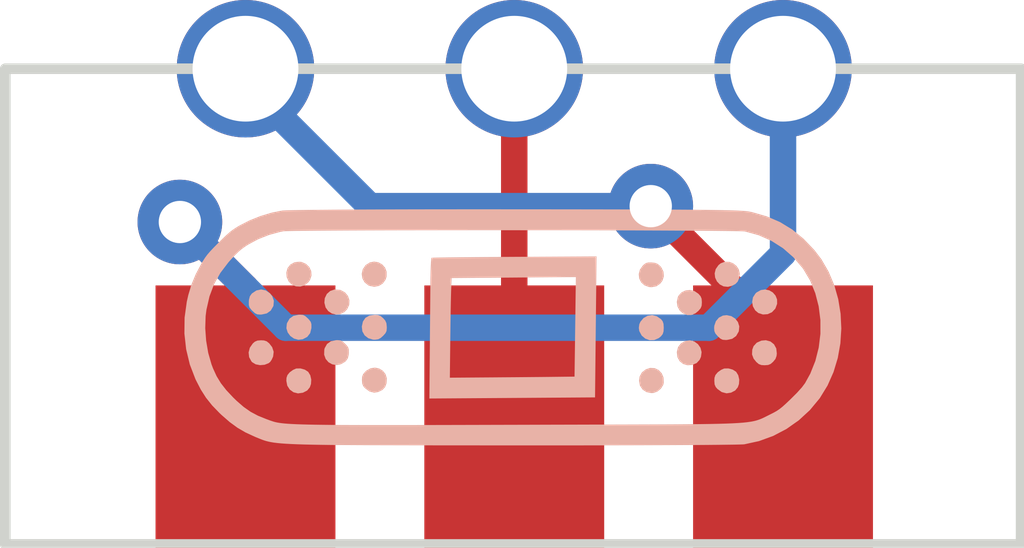
<source format=kicad_pcb>
(kicad_pcb (version 20221018) (generator pcbnew)
  (layers (0 "F.Cu" signal) (31 "B.Cu" signal) (34 "B.Paste" user) (35 "F.Paste" user) (36 "B.SilkS" user "B.Silkscreen") (37 "F.SilkS" user "F.Silkscreen") (38 "B.Mask" user) (39 "F.Mask" user) (44 "Edge.Cuts" user))
  (net 0 "")
  (net 1 "Net-(J101-Pin_2)")
  (net 2 "Net-(J101-Pin_3)")
  (net 3 "Net-(J101-Pin_1)")
  (footprint "Connector_PinHeader_2.54mm:PinHeader_1x03_P2.54mm_Vertical" (layer "F.Cu") (at 114.42 116.5 90)
    (fp_text reference "J102" hide)
    (fp_text value "New" hide)
    (pad "1" smd rect (at 0 0 90) (size 2.5 1.7) (layers "F.Cu" "F.Paste" "F.Mask") (net 2 "Net-(J101-Pin_3)"))
    (pad "2" smd rect (at 0 2.54 90) (size 2.5 1.7) (layers "F.Cu" "F.Paste" "F.Mask") (net 1 "Net-(J101-Pin_2)"))
    (pad "3" smd rect (at 0 5.08 90) (size 2.5 1.7) (layers "F.Cu" "F.Paste" "F.Mask") (net 3 "Net-(J101-Pin_1)"))
  )
  (footprint "Connector_PinSocket_2.54mm:PinSocket_1x03_P2.54mm_Vertical" (layer "F.Cu") (at 114.42 113.2 90)
    (fp_text reference "J101" hide)
    (fp_text value "Original" hide)
    (pad "1" thru_hole circle (at 0 0 90) (size 1.3 1.3) (drill 1) (layers "*.Cu" "*.Mask") (net 3 "Net-(J101-Pin_1)"))
    (pad "2" thru_hole oval (at 0 2.54 90) (size 1.3 1.3) (drill 1) (layers "*.Cu" "*.Mask") (net 1 "Net-(J101-Pin_2)"))
    (pad "3" thru_hole circle (at 0 5.08 90) (size 1.3 1.3) (drill 1) (layers "*.Cu" "*.Mask") (net 2 "Net-(J101-Pin_3)"))
  )
  (footprint "Graphics" (layer "B.Cu") (at 116.95 115.65 -135)
    (fp_text reference "" (at 0 0 45) (layer "B.SilkS") (effects (font (size 1.27 1.27)) (justify mirror)))
    (fp_text value "" (at 0 0 45) (layer "B.SilkS") (effects (font (size 1.27 1.27)) (justify mirror)))
    (fp_poly (pts (xy -1.060513 -1.449485) (xy -1.095858 -1.42231) (xy -1.117308 -1.385652) (xy -1.124785 -1.344241) (xy -1.118211 -1.302805) (xy -1.097505 -1.266071) (xy -1.064012 -1.239489) (xy -1.017388 -1.225244) (xy -0.972307 -1.230782) (xy -0.930658 -1.255764) (xy -0.900436 -1.293752) (xy -0.887974 -1.336117) (xy -0.89291 -1.378771) (xy -0.914882 -1.417625) (xy -0.947371 -1.445031) (xy -0.989504 -1.462277) (xy -1.031271 -1.460632) (xy -1.060513 -1.449485)) (fill solid) (layer "B.SilkS"))
    (fp_poly (pts (xy -0.638851 -1.374117) (xy -0.671812 -1.337807) (xy -0.688443 -1.296558) (xy -0.689303 -1.254404) (xy -0.674953 -1.215377) (xy -0.645953 -1.183511) (xy -0.609809 -1.164937) (xy -0.561794 -1.158418) (xy -0.517638 -1.17145) (xy -0.486338 -1.195201) (xy -0.459511 -1.234487) (xy -0.450665 -1.277802) (xy -0.459485 -1.321089) (xy -0.485658 -1.360297) (xy -0.500137 -1.373321) (xy -0.537104 -1.39102) (xy -0.58008 -1.394886) (xy -0.621001 -1.384873) (xy -0.638851 -1.374117)) (fill solid) (layer "B.SilkS"))
    (fp_poly (pts (xy 0.985733 1.233029) (xy 0.942508 1.248783) (xy 0.91042 1.278022) (xy 0.891388 1.316482) (xy 0.887328 1.359901) (xy 0.900157 1.404015) (xy 0.904969 1.412629) (xy 0.937234 1.449054) (xy 0.976838 1.468755) (xy 1.019691 1.47137) (xy 1.061705 1.456539) (xy 1.094236 1.429342) (xy 1.118202 1.389277) (xy 1.12504 1.347187) (xy 1.116789 1.30676) (xy 1.095488 1.271686) (xy 1.063175 1.245654) (xy 1.021889 1.232351) (xy 0.985733 1.233029)) (fill solid) (layer "B.SilkS"))
    (fp_poly (pts (xy 1.038329 1.676798) (xy 0.998605 1.696388) (xy 0.971007 1.728249) (xy 0.956763 1.767882) (xy 0.957103 1.810786) (xy 0.973253 1.852462) (xy 0.985764 1.869342) (xy 1.023752 1.899564) (xy 1.066117 1.912026) (xy 1.108771 1.90709) (xy 1.147625 1.885118) (xy 1.175031 1.852629) (xy 1.191604 1.809239) (xy 1.190871 1.766805) (xy 1.175389 1.728618) (xy 1.147715 1.697966) (xy 1.110406 1.678139) (xy 1.06602 1.672425) (xy 1.038329 1.676798)) (fill solid) (layer "B.SilkS"))
    (fp_poly (pts (xy -1.881045 -1.62345) (xy -1.923733 -1.603856) (xy -1.952574 -1.574082) (xy -1.96809 -1.537861) (xy -1.970799 -1.498929) (xy -1.96122 -1.46102) (xy -1.939872 -1.42787) (xy -1.907274 -1.403214) (xy -1.863946 -1.390786) (xy -1.848596 -1.39) (xy -1.805912 -1.399094) (xy -1.770255 -1.423469) (xy -1.744889 -1.458763) (xy -1.733079 -1.500614) (xy -1.736576 -1.539708) (xy -1.757383 -1.580425) (xy -1.791202 -1.609973) (xy -1.833119 -1.625501) (xy -1.878219 -1.624162) (xy -1.881045 -1.62345)) (fill solid) (layer "B.SilkS"))
    (fp_poly (pts (xy -1.840513 -1.179485) (xy -1.876501 -1.152511) (xy -1.897946 -1.117232) (xy -1.905722 -1.07764) (xy -1.900701 -1.037723) (xy -1.883756 -1.001472) (xy -1.855761 -0.972876) (xy -1.817587 -0.955924) (xy -1.790965 -0.953) (xy -1.745416 -0.961087) (xy -1.709716 -0.98279) (xy -1.684706 -1.014277) (xy -1.671226 -1.051713) (xy -1.670116 -1.091264) (xy -1.682217 -1.129097) (xy -1.708368 -1.161377) (xy -1.740986 -1.181056) (xy -1.777531 -1.192746) (xy -1.808093 -1.191955) (xy -1.840513 -1.179485)) (fill solid) (layer "B.SilkS"))
    (fp_poly (pts (xy 0.503979 1.187866) (xy 0.471036 1.220123) (xy 0.454034 1.258623) (xy 0.451759 1.299371) (xy 0.462995 1.338371) (xy 0.486528 1.371627) (xy 0.521143 1.395145) (xy 0.565625 1.40493) (xy 0.57 1.405) (xy 0.615218 1.396262) (xy 0.652094 1.372698) (xy 0.677902 1.338285) (xy 0.689916 1.296997) (xy 0.685412 1.25281) (xy 0.68158 1.242238) (xy 0.655403 1.202534) (xy 0.618592 1.177025) (xy 0.575632 1.167083) (xy 0.531009 1.174083) (xy 0.503979 1.187866)) (fill solid) (layer "B.SilkS"))
    (fp_poly (pts (xy -1.589342 -1.934236) (xy -1.619564 -1.896248) (xy -1.632026 -1.853883) (xy -1.62709 -1.811229) (xy -1.605118 -1.772375) (xy -1.572629 -1.744969) (xy -1.527602 -1.727519) (xy -1.483163 -1.729577) (xy -1.450674 -1.744463) (xy -1.417371 -1.774702) (xy -1.399726 -1.813169) (xy -1.395354 -1.8535) (xy -1.397842 -1.884396) (xy -1.408762 -1.908072) (xy -1.429 -1.931) (xy -1.454377 -1.952939) (xy -1.478462 -1.962823) (xy -1.508652 -1.965) (xy -1.543683 -1.961591) (xy -1.571508 -1.948458) (xy -1.589342 -1.934236)) (fill solid) (layer "B.SilkS"))
    (fp_poly (pts (xy -1.431 -1.091) (xy -1.452939 -1.065623) (xy -1.462823 -1.041538) (xy -1.465 -1.011348) (xy -1.456556 -0.966282) (xy -1.433814 -0.928792) (xy -1.400665 -0.901729) (xy -1.360996 -0.887942) (xy -1.318695 -0.890283) (xy -1.305821 -0.89466) (xy -1.265873 -0.920316) (xy -1.239486 -0.955848) (xy -1.227288 -0.996907) (xy -1.229909 -1.039145) (xy -1.247978 -1.07821) (xy -1.275364 -1.105259) (xy -1.314379 -1.121495) (xy -1.350044 -1.125) (xy -1.38261 -1.122587) (xy -1.406395 -1.112458) (xy -1.431 -1.091)) (fill solid) (layer "B.SilkS"))
    (fp_poly (pts (xy -1.006176 -1.006176) (xy -1.03053 -0.978647) (xy -1.042201 -0.955026) (xy -1.045 -0.930219) (xy -1.036306 -0.882704) (xy -1.012724 -0.844643) (xy -0.978005 -0.818326) (xy -0.935902 -0.806043) (xy -0.890166 -0.810083) (xy -0.864673 -0.820169) (xy -0.838524 -0.840485) (xy -0.820169 -0.864673) (xy -0.806114 -0.910807) (xy -0.809649 -0.955384) (xy -0.828485 -0.994651) (xy -0.860331 -1.024858) (xy -0.902898 -1.042253) (xy -0.930219 -1.045) (xy -0.956834 -1.041679) (xy -0.98049 -1.029186) (xy -1.006176 -1.006176)) (fill solid) (layer "B.SilkS"))
    (fp_poly (pts (xy 1.217371 0.474969) (xy 1.182241 0.506031) (xy 1.163088 0.543614) (xy 1.15879 0.58386) (xy 1.168227 0.622913) (xy 1.190276 0.656918) (xy 1.223817 0.682018) (xy 1.267728 0.694357) (xy 1.281348 0.695) (xy 1.313366 0.692439) (xy 1.337214 0.681863) (xy 1.361 0.661) (xy 1.383367 0.63477) (xy 1.393226 0.60982) (xy 1.395 0.585503) (xy 1.387255 0.534005) (xy 1.364266 0.494982) (xy 1.331429 0.471348) (xy 1.289018 0.457102) (xy 1.251608 0.459263) (xy 1.217371 0.474969)) (fill solid) (layer "B.SilkS"))
    (fp_poly (pts (xy -1.312249 -0.682915) (xy -1.350779 -0.663287) (xy -1.379097 -0.629594) (xy -1.39374 -0.586596) (xy -1.395 -0.569086) (xy -1.392147 -0.537393) (xy -1.380874 -0.512071) (xy -1.360768 -0.487353) (xy -1.33684 -0.464131) (xy -1.31549 -0.453102) (xy -1.287887 -0.450035) (xy -1.282829 -0.45) (xy -1.234886 -0.458233) (xy -1.197078 -0.480453) (xy -1.171012 -0.512944) (xy -1.158293 -0.551989) (xy -1.160526 -0.593871) (xy -1.179318 -0.634874) (xy -1.194951 -0.653413) (xy -1.233752 -0.680139) (xy -1.278466 -0.688009) (xy -1.312249 -0.682915)) (fill solid) (layer "B.SilkS"))
    (fp_poly (pts (xy -1.486067 -1.530031) (xy -1.520298 -1.501432) (xy -1.539826 -1.463883) (xy -1.544726 -1.421912) (xy -1.535072 -1.380043) (xy -1.510939 -1.342805) (xy -1.482608 -1.320178) (xy -1.441723 -1.306895) (xy -1.397875 -1.310854) (xy -1.356463 -1.331131) (xy -1.340934 -1.344451) (xy -1.321535 -1.367153) (xy -1.312417 -1.390074) (xy -1.31001 -1.422621) (xy -1.31 -1.425961) (xy -1.311668 -1.458373) (xy -1.31946 -1.480414) (xy -1.337557 -1.501579) (xy -1.347353 -1.510768) (xy -1.389315 -1.537702) (xy -1.434165 -1.545262) (xy -1.479939 -1.533175) (xy -1.486067 -1.530031)) (fill solid) (layer "B.SilkS"))
    (fp_poly (pts (xy 0.838681 0.850712) (xy 0.816858 0.877554) (xy 0.807046 0.902844) (xy 0.805 0.931712) (xy 0.807691 0.963951) (xy 0.818702 0.988053) (xy 0.838411 1.010411) (xy 0.879767 1.042079) (xy 0.921011 1.053803) (xy 0.962858 1.045623) (xy 1.003889 1.0194) (xy 1.032443 0.983683) (xy 1.04405 0.941825) (xy 1.038722 0.898283) (xy 1.016472 0.857514) (xy 1.00337 0.843477) (xy 0.979589 0.825159) (xy 0.954158 0.816798) (xy 0.922623 0.815) (xy 0.889928 0.816798) (xy 0.867476 0.824923) (xy 0.845637 0.843474) (xy 0.838681 0.850712)) (fill solid) (layer "B.SilkS"))
    (fp_poly (pts (xy 1.347353 1.349232) (xy 1.324746 1.372113) (xy 1.313713 1.39244) (xy 1.310204 1.419511) (xy 1.31 1.435) (xy 1.311568 1.467629) (xy 1.318972 1.489637) (xy 1.336263 1.510323) (xy 1.347353 1.520768) (xy 1.388956 1.547961) (xy 1.432871 1.555294) (xy 1.479313 1.542796) (xy 1.485327 1.539831) (xy 1.518811 1.512504) (xy 1.538635 1.475491) (xy 1.54483 1.433685) (xy 1.537426 1.391981) (xy 1.516454 1.35527) (xy 1.484012 1.329489) (xy 1.437683 1.314993) (xy 1.393408 1.32038) (xy 1.351418 1.345617) (xy 1.347353 1.349232)) (fill solid) (layer "B.SilkS"))
    (fp_poly (pts (xy 1.796981 1.411728) (xy 1.761469 1.43965) (xy 1.740691 1.480691) (xy 1.735 1.525503) (xy 1.738165 1.555968) (xy 1.75053 1.580365) (xy 1.769 1.601) (xy 1.795119 1.623311) (xy 1.819954 1.633174) (xy 1.844957 1.635) (xy 1.893302 1.626451) (xy 1.933313 1.60296) (xy 1.961532 1.567758) (xy 1.9745 1.524079) (xy 1.974963 1.513489) (xy 1.965867 1.476365) (xy 1.942118 1.441293) (xy 1.908847 1.413248) (xy 1.871185 1.397204) (xy 1.852997 1.395228) (xy 1.82833 1.399798) (xy 1.799302 1.41061) (xy 1.796981 1.411728)) (fill solid) (layer "B.SilkS"))
    (fp_poly (pts (xy -1.132015 -1.885405) (xy -1.163534 -1.857737) (xy -1.186128 -1.821789) (xy -1.194996 -1.785251) (xy -1.195 -1.784508) (xy -1.186901 -1.747332) (xy -1.166151 -1.710582) (xy -1.138068 -1.683461) (xy -1.135795 -1.682061) (xy -1.106497 -1.670869) (xy -1.071347 -1.66518) (xy -1.064957 -1.665) (xy -1.034339 -1.668086) (xy -1.010035 -1.680219) (xy -0.989 -1.699) (xy -0.966689 -1.725119) (xy -0.956826 -1.749954) (xy -0.955 -1.774957) (xy -0.963293 -1.824762) (xy -0.98695 -1.864584) (xy -1.021072 -1.889838) (xy -1.063688 -1.903397) (xy -1.102312 -1.899567) (xy -1.132015 -1.885405)) (fill solid) (layer "B.SilkS"))
    (fp_poly (pts (xy 1.267353 0.929232) (xy 1.244746 0.952113) (xy 1.233713 0.97244) (xy 1.230204 0.999511) (xy 1.23 1.015) (xy 1.231568 1.047629) (xy 1.238972 1.069637) (xy 1.256263 1.090323) (xy 1.267353 1.100768) (xy 1.30892 1.127733) (xy 1.35248 1.135276) (xy 1.396175 1.123205) (xy 1.409326 1.115537) (xy 1.443775 1.082955) (xy 1.461964 1.044406) (xy 1.465084 1.003696) (xy 1.454325 0.964631) (xy 1.430878 0.931015) (xy 1.395932 0.906656) (xy 1.350678 0.895357) (xy 1.34035 0.895) (xy 1.310201 0.900043) (xy 1.280955 0.917532) (xy 1.267353 0.929232)) (fill solid) (layer "B.SilkS"))
    (fp_poly (pts (xy 1.453933 1.749969) (xy 1.418878 1.77972) (xy 1.399029 1.821334) (xy 1.395 1.855) (xy 1.403763 1.902871) (xy 1.428402 1.940407) (xy 1.466445 1.965225) (xy 1.515419 1.974946) (xy 1.51965 1.975) (xy 1.549799 1.969957) (xy 1.579045 1.952468) (xy 1.592647 1.940768) (xy 1.615254 1.917887) (xy 1.626287 1.89756) (xy 1.629796 1.870489) (xy 1.63 1.855) (xy 1.628432 1.822371) (xy 1.621028 1.800363) (xy 1.603737 1.779677) (xy 1.592647 1.769232) (xy 1.550685 1.742298) (xy 1.505835 1.734738) (xy 1.460061 1.746825) (xy 1.453933 1.749969)) (fill solid) (layer "B.SilkS"))
    (fp_poly (pts (xy 1.727985 0.974595) (xy 1.696466 1.002263) (xy 1.673872 1.038211) (xy 1.665004 1.074749) (xy 1.665 1.075492) (xy 1.673099 1.112668) (xy 1.693849 1.149418) (xy 1.721932 1.176539) (xy 1.724205 1.177939) (xy 1.753503 1.189131) (xy 1.788653 1.19482) (xy 1.795043 1.195) (xy 1.825661 1.191914) (xy 1.849965 1.179781) (xy 1.871 1.161) (xy 1.897383 1.1222) (xy 1.906747 1.079178) (xy 1.899865 1.036547) (xy 1.877513 0.998918) (xy 1.840467 0.970905) (xy 1.838928 0.970162) (xy 1.796312 0.956603) (xy 1.757688 0.960433) (xy 1.727985 0.974595)) (fill solid) (layer "B.SilkS"))
    (fp_poly (pts (xy 0.08689 1.00797) (xy 0.10845 0.99004) (xy 0.13994 0.96178) (xy 0.17926 0.92509) (xy 0.2243 0.88189) (xy 0.25347 0.85338) (xy 0.29861 0.80896) (xy 0.35529 0.75321) (xy 0.4208 0.6888) (xy 0.49239 0.61842) (xy 0.56736 0.54474) (xy 0.64296 0.47044) (xy 0.71648 0.39821) (xy 0.72677 0.3881) (xy 1.03354 0.08675) (xy 0.4763 -0.4631) (xy -0.08095 -1.01294) (xy -1.03401 -0.08) (xy -0.75744 -0.08) (xy -0.42018 -0.40848) (xy -0.08292 -0.73695) (xy 0.04854 -0.60854) (xy 0.08615 -0.57173) (xy 0.13544 -0.52339) (xy 0.19386 -0.46602) (xy 0.25884 -0.40214) (xy 0.32784 -0.33426) (xy 0.3983 -0.26489) (xy 0.46766 -0.19655) (xy 0.46873 -0.19549) (xy 0.75747 0.08913) (xy 0.49373 0.34701) (xy 0.42996 0.40925) (xy 0.36743 0.47003) (xy 0.30839 0.5272) (xy 0.25506 0.57861) (xy 0.20968 0.62211) (xy 0.17448 0.65555) (xy 0.15449 0.67421) (xy 0.07898 0.74353) (xy -0.33923 0.33177) (xy -0.75744 -0.08) (xy -1.03401 -0.08) (xy -0.48311 0.465) (xy -0.39577 0.55134) (xy -0.31245 0.63355) (xy -0.23425 0.71057) (xy -0.1623 0.7813) (xy -0.09768 0.84467) (xy -0.0415 0.89959) (xy 0.00513 0.94499) (xy 0.04111 0.97978) (xy 0.06534 1.00288) (xy 0.0767 1.01321) (xy 0.07736 1.01366)) (fill solid) (layer "B.SilkS"))
    (fp_poly (pts (xy 1.46478 2.53749) (xy 1.51478 2.53597) (xy 1.5552 2.53282) (xy 1.59126 2.52751) (xy 1.62815 2.51952) (xy 1.65574 2.51246) (xy 1.76339 2.47952) (xy 1.85949 2.43991) (xy 1.95226 2.38995) (xy 2.00715 2.35521) (xy 2.12802 2.26365) (xy 2.23596 2.15848) (xy 2.32944 2.04162) (xy 2.40694 1.91502) (xy 2.46692 1.78059) (xy 2.47045 1.77084) (xy 2.50135 1.67397) (xy 2.52132 1.58378) (xy 2.53157 1.49247) (xy 2.53328 1.39221) (xy 2.53253 1.365) (xy 2.5257 1.26373) (xy 2.51182 1.17405) (xy 2.48926 1.0883) (xy 2.45635 0.99881) (xy 2.45091 0.98574) (xy 2.44235 0.96525) (xy 2.43438 0.94628) (xy 2.42644 0.92821) (xy 2.41795 0.91044) (xy 2.40834 0.89236) (xy 2.39704 0.87336) (xy 2.38348 0.85283) (xy 2.36709 0.83017) (xy 2.3473 0.80476) (xy 2.32354 0.776) (xy 2.29523 0.74328) (xy 2.2618 0.70598) (xy 2.22269 0.66351) (xy 2.17733 0.61525) (xy 2.12513 0.56059) (xy 2.06554 0.49893) (xy 1.99798 0.42965) (xy 1.92188 0.35216) (xy 1.83666 0.26583) (xy 1.74177 0.17006) (xy 1.63662 0.06424) (xy 1.52065 -0.05223) (xy 1.39328 -0.17997) (xy 1.25395 -0.31958) (xy 1.10208 -0.47167) (xy 0.93711 -0.63686) (xy 0.80108 -0.77306) (xy 0.65559 -0.91866) (xy 0.51334 -1.06087) (xy 0.37502 -1.199) (xy 0.24129 -1.33239) (xy 0.11287 -1.46035) (xy -0.00958 -1.5822) (xy -0.12536 -1.69725) (xy -0.23379 -1.80485) (xy -0.33419 -1.90429) (xy -0.42586 -1.99491) (xy -0.50813 -2.07602) (xy -0.5803 -2.14695) (xy -0.64169 -2.20701) (xy -0.69161 -2.25553) (xy -0.72939 -2.29182) (xy -0.75432 -2.31521) (xy -0.765 -2.3245) (xy -0.88459 -2.40125) (xy -1.01338 -2.46109) (xy -1.14908 -2.50348) (xy -1.28938 -2.52787) (xy -1.43198 -2.53369) (xy -1.57456 -2.52041) (xy -1.58038 -2.51945) (xy -1.71464 -2.48718) (xy -1.84398 -2.43727) (xy -1.96686 -2.37138) (xy -2.08176 -2.29117) (xy -2.18715 -2.19827) (xy -2.28149 -2.09435) (xy -2.36326 -1.98106) (xy -2.43093 -1.86004) (xy -2.48297 -1.73295) (xy -2.51785 -1.60145) (xy -2.5326 -1.49104) (xy -2.53434 -1.4016) (xy -2.34344 -1.4016) (xy -2.33235 -1.53416) (xy -2.3298 -1.54952) (xy -2.29875 -1.67089) (xy -2.24966 -1.78784) (xy -2.18437 -1.89851) (xy -2.10467 -2.00105) (xy -2.01237 -2.09358) (xy -1.9093 -2.17425) (xy -1.79726 -2.24118) (xy -1.67805 -2.29253) (xy -1.58 -2.32084) (xy -1.53034 -2.32808) (xy -1.46153 -2.33167) (xy -1.375 -2.3316) (xy -1.31565 -2.3301) (xy -1.27082 -2.32774) (xy -1.23507 -2.32374) (xy -1.2029 -2.31729) (xy -1.16887 -2.30758) (xy -1.135 -2.29638) (xy -1.10984 -2.28798) (xy -1.08707 -2.28046) (xy -1.06596 -2.27315) (xy -1.04576 -2.26537) (xy -1.02571 -2.25646) (xy -1.00508 -2.24575) (xy -0.98312 -2.23256) (xy -0.95908 -2.21623) (xy -0.93221 -2.19608) (xy -0.90177 -2.17145) (xy -0.86702 -2.14165) (xy -0.8272 -2.10603) (xy -0.78157 -2.0639) (xy -0.72938 -2.01461) (xy -0.66989 -1.95747) (xy -0.60235 -1.89181) (xy -0.52602 -1.81698) (xy -0.44014 -1.73229) (xy -0.34398 -1.63707) (xy -0.23678 -1.53065) (xy -0.1178 -1.41237) (xy 0.0137 -1.28155) (xy 0.15848 -1.13752) (xy 0.2 -1.09622) (xy 0.39842 -0.89889) (xy 0.58318 -0.71516) (xy 0.75478 -0.54449) (xy 0.91373 -0.38638) (xy 1.06053 -0.2403) (xy 1.19568 -0.10572) (xy 1.3197 0.01787) (xy 1.43307 0.131) (xy 1.53632 0.2342) (xy 1.62993 0.32797) (xy 1.71442 0.41285) (xy 1.7903 0.48936) (xy 1.85805 0.55801) (xy 1.9182 0.61934) (xy 1.97124 0.67387) (xy 2.01767 0.72211) (xy 2.05801 0.76459) (xy 2.09276 0.80183) (xy 2.12241 0.83435) (xy 2.14748 0.86268) (xy 2.16847 0.88734) (xy 2.18588 0.90885) (xy 2.20022 0.92773) (xy 2.21199 0.94451) (xy 2.2217 0.9597) (xy 2.22984 0.97383) (xy 2.23693 0.98743) (xy 2.24347 1.00101) (xy 2.24997 1.01509) (xy 2.25692 1.03021) (xy 2.26061 1.03809) (xy 2.29397 1.11662) (xy 2.31692 1.19182) (xy 2.33083 1.27016) (xy 2.33706 1.35814) (xy 2.33772 1.405) (xy 2.33465 1.4998) (xy 2.32455 1.58189) (xy 2.30605 1.65778) (xy 2.27778 1.73392) (xy 2.26061 1.77191) (xy 2.20666 1.86907) (xy 2.13866 1.9651) (xy 2.06098 2.05474) (xy 1.978 2.13271) (xy 1.93 2.16991) (xy 1.81941 2.23933) (xy 1.70742 2.29008) (xy 1.59053 2.32336) (xy 1.46522 2.3404) (xy 1.43285 2.34223) (xy 1.37341 2.34411) (xy 1.32705 2.3436) (xy 1.28695 2.34021) (xy 1.24628 2.33343) (xy 1.21128 2.32581) (xy 1.11166 2.29558) (xy 1.01099 2.25203) (xy 0.91812 2.19915) (xy 0.89025 2.18002) (xy 0.87701 2.16849) (xy 0.85055 2.14363) (xy 0.81166 2.10623) (xy 0.76115 2.0571) (xy 0.69983 1.99705) (xy 0.62849 1.92687) (xy 0.54794 1.84737) (xy 0.45898 1.75935) (xy 0.3624 1.66362) (xy 0.25902 1.56098) (xy 0.14964 1.45222) (xy 0.03505 1.33815) (xy -0.08394 1.21958) (xy -0.20652 1.09731) (xy -0.33191 0.97214) (xy -0.45929 0.84488) (xy -0.58786 0.71632) (xy -0.71682 0.58726) (xy -0.84536 0.45852) (xy -0.9727 0.3309) (xy -1.09801 0.20519) (xy -1.22051 0.0822) (xy -1.33939 -0.03727) (xy -1.45385 -0.15241) (xy -1.56308 -0.26242) (xy -1.66628 -0.3665) (xy -1.76266 -0.46384) (xy -1.8514 -0.55366) (xy -1.93171 -0.63513) (xy -2.00278 -0.70746) (xy -2.06382 -0.76984) (xy -2.11402 -0.82148) (xy -2.15257 -0.86156) (xy -2.17868 -0.8893) (xy -2.19155 -0.90387) (xy -2.19237 -0.905) (xy -2.25906 -1.0223) (xy -2.3066 -1.14477) (xy -2.33479 -1.27151) (xy -2.34344 -1.4016) (xy -2.53434 -1.4016) (xy -2.53545 -1.34452) (xy -2.52134 -1.20714) (xy -2.48968 -1.07649) (xy -2.43983 -0.95019) (xy -2.3712 -0.82584) (xy -2.35792 -0.80517) (xy -2.34987 -0.79369) (xy -2.3389 -0.77956) (xy -2.32446 -0.7622) (xy -2.30599 -0.74106) (xy -2.28293 -0.71557) (xy -2.25472 -0.68514) (xy -2.22081 -0.64922) (xy -2.18063 -0.60722) (xy -2.13362 -0.55859) (xy -2.07923 -0.50275) (xy -2.0169 -0.43912) (xy -1.94606 -0.36715) (xy -1.86617 -0.28626) (xy -1.77666 -0.19588) (xy -1.67697 -0.09544) (xy -1.56654 0.01564) (xy -1.44482 0.13791) (xy -1.31124 0.27196) (xy -1.16525 0.41834) (xy -1.00629 0.57764) (xy -0.8338 0.75042) (xy -0.81105 0.7732) (xy -0.64138 0.94303) (xy -0.47907 1.1053) (xy -0.32459 1.25955) (xy -0.17839 1.40534) (xy -0.04094 1.54221) (xy 0.08731 1.66971) (xy 0.2059 1.78737) (xy 0.31436 1.89475) (xy 0.41224 1.99139) (xy 0.49908 2.07684) (xy 0.57442 2.15063) (xy 0.6378 2.21233) (xy 0.68876 2.26147) (xy 0.72683 2.2976) (xy 0.75157 2.32026) (xy 0.76 2.32734) (xy 0.84402 2.38366) (xy 0.94062 2.43557) (xy 1.0424 2.4795) (xy 1.14163 2.51179) (xy 1.18274 2.52208) (xy 1.21901 2.52928) (xy 1.25569 2.53393) (xy 1.29804 2.53656) (xy 1.3513 2.53769) (xy 1.4 2.53788)) (fill solid) (layer "B.SilkS"))
  )
  (gr_rect (start 112.15 113.2) (end 121.75 117.7) (stroke (width 0.1)) (fill none) (layer "Edge.Cuts"))
  (segment (start 116.96 116.5) (end 116.96 113.325) (width 0.25) (layer "F.Cu") (net 1))
  (segment (start 114.42 115.27) (end 113.8 114.65) (width 0.25) (layer "F.Cu") (net 2))
  (segment (start 114.42 116.5) (end 114.42 115.27) (width 0.25) (layer "F.Cu") (net 2))
  (via (at 113.8 114.65) (size 0.8) (drill 0.4) (layers "F.Cu" "B.Cu") (net 2))
  (segment (start 119.5 114.95) (end 119.5 113.325) (width 0.25) (layer "B.Cu") (net 2))
  (segment (start 113.8 114.65) (end 114.8 115.65) (width 0.25) (layer "B.Cu") (net 2))
  (segment (start 114.8 115.65) (end 118.8 115.65) (width 0.25) (layer "B.Cu") (net 2))
  (segment (start 118.8 115.65) (end 119.5 114.95) (width 0.25) (layer "B.Cu") (net 2))
  (segment (start 119.5 115.75) (end 118.25 114.5) (width 0.25) (layer "F.Cu") (net 3))
  (segment (start 119.5 116.5) (end 119.5 115.75) (width 0.25) (layer "F.Cu") (net 3))
  (via (at 118.25 114.5) (size 0.8) (drill 0.4) (layers "F.Cu" "B.Cu") (net 3))
  (segment (start 115.595 114.5) (end 114.42 113.325) (width 0.25) (layer "B.Cu") (net 3))
  (segment (start 118.25 114.5) (end 115.595 114.5) (width 0.25) (layer "B.Cu") (net 3))
)
</source>
